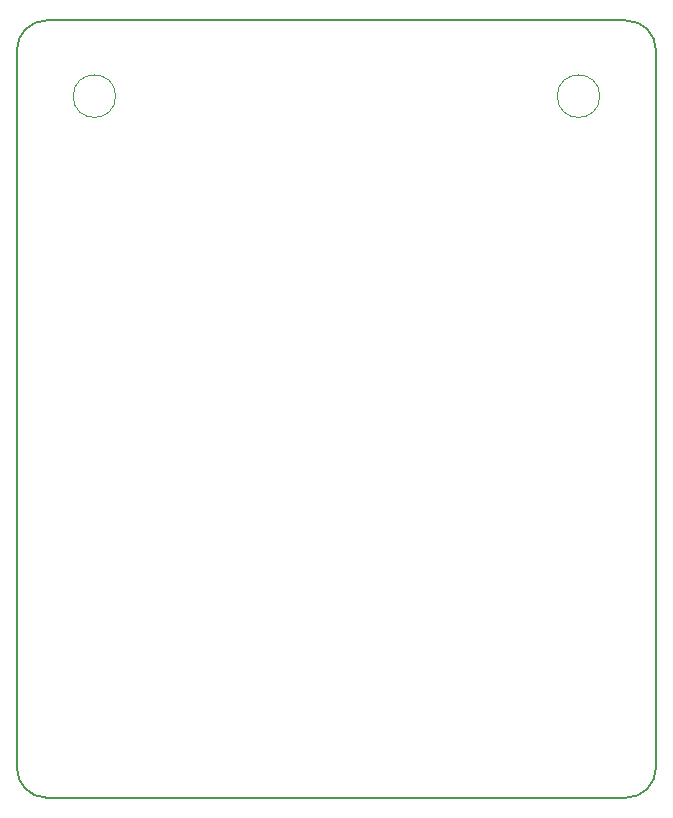
<source format=gm1>
G04 #@! TF.GenerationSoftware,KiCad,Pcbnew,(6.0.1)*
G04 #@! TF.CreationDate,2022-08-31T18:15:56+03:00*
G04 #@! TF.ProjectId,wideband_controller,77696465-6261-46e6-945f-636f6e74726f,rev?*
G04 #@! TF.SameCoordinates,PX5d42830PY713e7a8*
G04 #@! TF.FileFunction,Profile,NP*
%FSLAX46Y46*%
G04 Gerber Fmt 4.6, Leading zero omitted, Abs format (unit mm)*
G04 Created by KiCad (PCBNEW (6.0.1)) date 2022-08-31 18:15:56*
%MOMM*%
%LPD*%
G01*
G04 APERTURE LIST*
G04 #@! TA.AperFunction,Profile*
%ADD10C,0.150000*%
G04 #@! TD*
G04 #@! TA.AperFunction,Profile*
%ADD11C,0.120000*%
G04 #@! TD*
G04 APERTURE END LIST*
D10*
X2160000Y3875000D02*
X2160000Y64675000D01*
X4660000Y67175000D02*
G75*
G03*
X2160000Y64675000I13J-2500013D01*
G01*
X56260000Y64675000D02*
G75*
G03*
X53760000Y67175000I-2499990J10D01*
G01*
X4660000Y67175000D02*
X53760000Y67175000D01*
X53760000Y1375000D02*
G75*
G03*
X56260000Y3875000I10J2499990D01*
G01*
X56260000Y64675000D02*
X56260000Y3875000D01*
X2160000Y3875000D02*
G75*
G03*
X4660000Y1375000I2500113J113D01*
G01*
X53760000Y1375000D02*
X4660000Y1375000D01*
D11*
G04 #@! TO.C,J2*
X10520402Y60766490D02*
G75*
G03*
X10520402Y60766490I-1800000J0D01*
G01*
X51510402Y60766490D02*
G75*
G03*
X51510402Y60766490I-1800000J0D01*
G01*
G04 #@! TD*
M02*

</source>
